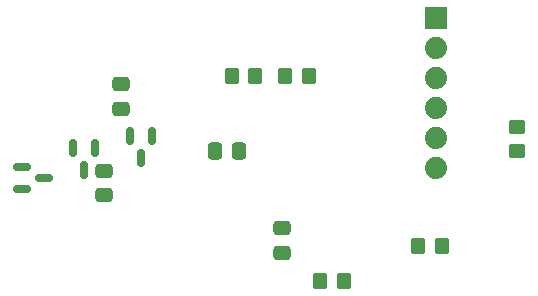
<source format=gbr>
%TF.GenerationSoftware,KiCad,Pcbnew,6.0.11-2627ca5db0~126~ubuntu22.04.1*%
%TF.CreationDate,2023-02-25T15:14:04-05:00*%
%TF.ProjectId,canbus-thermistor,63616e62-7573-42d7-9468-65726d697374,1.0*%
%TF.SameCoordinates,Original*%
%TF.FileFunction,Paste,Bot*%
%TF.FilePolarity,Positive*%
%FSLAX46Y46*%
G04 Gerber Fmt 4.6, Leading zero omitted, Abs format (unit mm)*
G04 Created by KiCad (PCBNEW 6.0.11-2627ca5db0~126~ubuntu22.04.1) date 2023-02-25 15:14:04*
%MOMM*%
%LPD*%
G01*
G04 APERTURE LIST*
G04 Aperture macros list*
%AMRoundRect*
0 Rectangle with rounded corners*
0 $1 Rounding radius*
0 $2 $3 $4 $5 $6 $7 $8 $9 X,Y pos of 4 corners*
0 Add a 4 corners polygon primitive as box body*
4,1,4,$2,$3,$4,$5,$6,$7,$8,$9,$2,$3,0*
0 Add four circle primitives for the rounded corners*
1,1,$1+$1,$2,$3*
1,1,$1+$1,$4,$5*
1,1,$1+$1,$6,$7*
1,1,$1+$1,$8,$9*
0 Add four rect primitives between the rounded corners*
20,1,$1+$1,$2,$3,$4,$5,0*
20,1,$1+$1,$4,$5,$6,$7,0*
20,1,$1+$1,$6,$7,$8,$9,0*
20,1,$1+$1,$8,$9,$2,$3,0*%
G04 Aperture macros list end*
%ADD10R,1.879600X1.879600*%
%ADD11C,1.879600*%
%ADD12RoundRect,0.150000X-0.150000X0.587500X-0.150000X-0.587500X0.150000X-0.587500X0.150000X0.587500X0*%
%ADD13RoundRect,0.250000X0.450000X-0.350000X0.450000X0.350000X-0.450000X0.350000X-0.450000X-0.350000X0*%
%ADD14RoundRect,0.250000X-0.350000X-0.450000X0.350000X-0.450000X0.350000X0.450000X-0.350000X0.450000X0*%
%ADD15RoundRect,0.250000X0.350000X0.450000X-0.350000X0.450000X-0.350000X-0.450000X0.350000X-0.450000X0*%
%ADD16RoundRect,0.150000X-0.587500X-0.150000X0.587500X-0.150000X0.587500X0.150000X-0.587500X0.150000X0*%
%ADD17RoundRect,0.250000X-0.337500X-0.475000X0.337500X-0.475000X0.337500X0.475000X-0.337500X0.475000X0*%
%ADD18RoundRect,0.250000X0.475000X-0.337500X0.475000X0.337500X-0.475000X0.337500X-0.475000X-0.337500X0*%
%ADD19RoundRect,0.250000X-0.475000X0.337500X-0.475000X-0.337500X0.475000X-0.337500X0.475000X0.337500X0*%
G04 APERTURE END LIST*
D10*
%TO.C,J2*%
X96500000Y-70990000D03*
D11*
X96500000Y-73530000D03*
X96500000Y-76070000D03*
X96500000Y-78610000D03*
X96500000Y-81150000D03*
X96500000Y-83690000D03*
%TD*%
D12*
%TO.C,U1*%
X65775000Y-81987500D03*
X67675000Y-81987500D03*
X66725000Y-83862500D03*
%TD*%
D13*
%TO.C,R7*%
X103375000Y-82275000D03*
X103375000Y-80275000D03*
%TD*%
D14*
%TO.C,R4*%
X83775000Y-75925000D03*
X85775000Y-75925000D03*
%TD*%
%TO.C,R3*%
X79225000Y-75950000D03*
X81225000Y-75950000D03*
%TD*%
%TO.C,R2*%
X95000000Y-90325000D03*
X97000000Y-90325000D03*
%TD*%
D15*
%TO.C,R1*%
X88750000Y-93250000D03*
X86750000Y-93250000D03*
%TD*%
D16*
%TO.C,Q2*%
X61437500Y-85525000D03*
X61437500Y-83625000D03*
X63312500Y-84575000D03*
%TD*%
D12*
%TO.C,Q1*%
X71550000Y-82875000D03*
X72500000Y-81000000D03*
X70600000Y-81000000D03*
%TD*%
D17*
%TO.C,C7*%
X79862500Y-82300000D03*
X77787500Y-82300000D03*
%TD*%
D18*
%TO.C,C4*%
X69900000Y-78712500D03*
X69900000Y-76637500D03*
%TD*%
D19*
%TO.C,C2*%
X68425000Y-83950000D03*
X68425000Y-86025000D03*
%TD*%
D18*
%TO.C,C1*%
X83450000Y-90887500D03*
X83450000Y-88812500D03*
%TD*%
M02*

</source>
